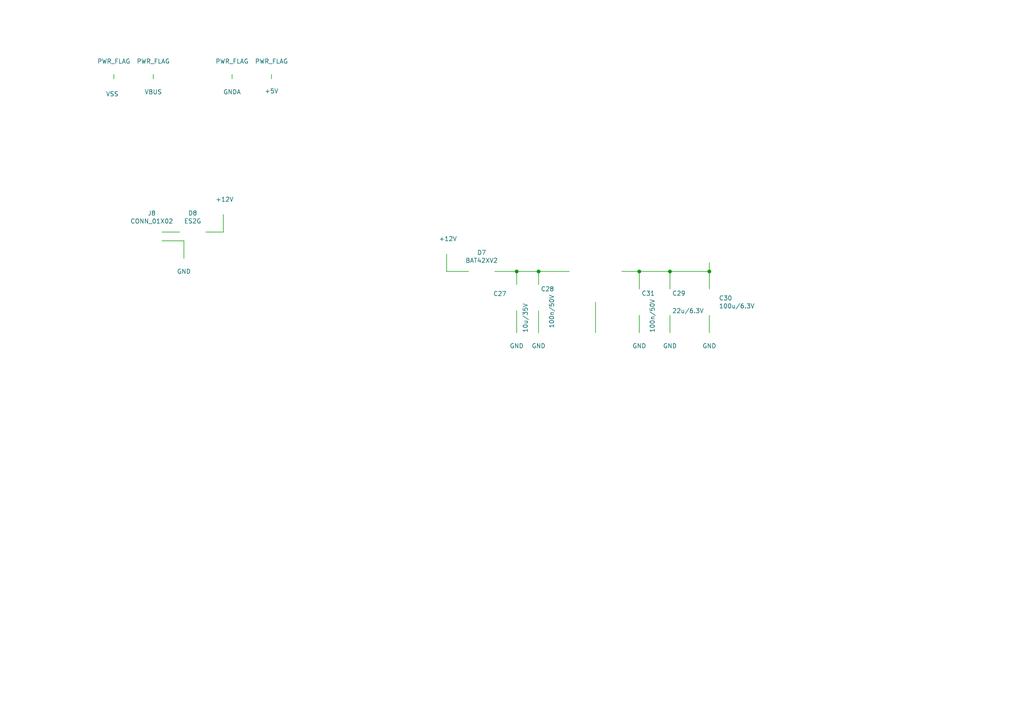
<source format=kicad_sch>
(kicad_sch (version 20210126) (generator eeschema)
  (paper "A4")
  (title_block (title "Noyce Joyce - Nixie Clock") (date "2020-08-21") (rev "100A") (company "Designed by Najtvis"))
  (lib_symbols)
  (junction (at 149.86 78.74) (diameter 0.9144))
  (junction (at 156.21 78.74) (diameter 0.9144))
  (junction (at 185.42 78.74) (diameter 0.9144))
  (junction (at 194.31 78.74) (diameter 0.9144))
  (junction (at 205.74 78.74) (diameter 0.9144))
  (wire (pts (xy 33.02 22.86) (xy 33.02 21.59)))
  (wire (pts (xy 44.45 21.59) (xy 44.45 22.86)))
  (wire (pts (xy 46.99 67.31) (xy 52.07 67.31)))
  (wire (pts (xy 46.99 69.85) (xy 53.34 69.85)))
  (wire (pts (xy 53.34 69.85) (xy 53.34 74.93)))
  (wire (pts (xy 59.69 67.31) (xy 64.77 67.31)))
  (wire (pts (xy 64.77 67.31) (xy 64.77 62.23)))
  (wire (pts (xy 67.31 22.86) (xy 67.31 21.59)))
  (wire (pts (xy 78.74 21.59) (xy 78.74 22.86)))
  (wire (pts (xy 129.54 78.74) (xy 129.54 73.66)))
  (wire (pts (xy 135.89 78.74) (xy 129.54 78.74)))
  (wire (pts (xy 143.51 78.74) (xy 149.86 78.74)))
  (wire (pts (xy 149.86 78.74) (xy 156.21 78.74)))
  (wire (pts (xy 149.86 82.55) (xy 149.86 78.74)))
  (wire (pts (xy 149.86 90.17) (xy 149.86 96.52)))
  (wire (pts (xy 156.21 78.74) (xy 165.1 78.74)))
  (wire (pts (xy 156.21 82.55) (xy 156.21 78.74)))
  (wire (pts (xy 156.21 90.17) (xy 156.21 96.52)))
  (wire (pts (xy 172.72 87.63) (xy 172.72 96.52)))
  (wire (pts (xy 180.34 78.74) (xy 185.42 78.74)))
  (wire (pts (xy 185.42 78.74) (xy 194.31 78.74)))
  (wire (pts (xy 185.42 83.82) (xy 185.42 78.74)))
  (wire (pts (xy 185.42 91.44) (xy 185.42 96.52)))
  (wire (pts (xy 194.31 78.74) (xy 194.31 83.82)))
  (wire (pts (xy 194.31 78.74) (xy 205.74 78.74)))
  (wire (pts (xy 194.31 91.44) (xy 194.31 96.52)))
  (wire (pts (xy 205.74 76.2) (xy 205.74 78.74)))
  (wire (pts (xy 205.74 83.82) (xy 205.74 78.74)))
  (wire (pts (xy 205.74 96.52) (xy 205.74 91.44)))
  (symbol (lib_id "nixie_clock-rescue:PWR_FLAG-power") (at 33.02 21.59 0) (unit 1)
    (property "Reference" "#FLG01" (effects hide))
    (property "Value" "PWR_FLAG" (at 33.02 17.78 0))
  )
  (symbol (lib_id "nixie_clock-rescue:VSS-power") (at 33.02 22.86 180) (unit 1)
    (property "Reference" "#PWR096" (effects hide))
    (property "Value" "VSS" (at 32.5628 27.2542 0))
  )
  (symbol (lib_id "nixie_clock-rescue:CONN_01X02-connectors") (at 41.91 68.58 0) (mirror y) (unit 1)
    (property "Reference" "J8" (at 44.0182 61.849 0))
    (property "Value" "CONN_01X02" (at 44.0182 64.1604 0))
    (property "Footprint" "Connector_JST:JST_EH_S2B-EH_1x02_P2.50mm_Horizontal" (effects hide))
    (property "V1" "1" (effects hide))
    (property "V2" "1" (effects hide))
    (property "V3" "1" (effects hide))
    (property "V4" "1" (effects hide))
    (property "V5" "1" (effects hide))
    (property "PN" "JST_EH_S02B-EH" (effects hide))
  )
  (symbol (lib_id "nixie_clock-rescue:PWR_FLAG-power") (at 44.45 21.59 0) (unit 1)
    (property "Reference" "#FLG02" (effects hide))
    (property "Value" "PWR_FLAG" (at 44.45 17.78 0))
  )
  (symbol (lib_id "nixie_clock-rescue:VBUS-power") (at 44.45 22.86 180) (unit 1)
    (property "Reference" "#PWR097" (effects hide))
    (property "Value" "VBUS" (at 44.45 26.67 0))
  )
  (symbol (lib_id "nixie_clock-rescue:GND-power") (at 53.34 74.93 0) (unit 1)
    (property "Reference" "#PWR0100" (effects hide))
    (property "Value" "GND" (at 53.34 78.74 0))
  )
  (symbol (lib_id "nixie_clock-rescue:ES2G-d") (at 55.88 67.31 180) (unit 1)
    (property "Reference" "D8" (at 55.88 61.8236 0))
    (property "Value" "ES2G" (at 55.88 64.135 0))
    (property "Footprint" "Diodes_SMD:D_SMB_Standard" (effects hide))
    (property "V1" "0R" (effects hide))
    (property "V2" "1" (effects hide))
    (property "V3" "1" (effects hide))
    (property "V4" "1" (effects hide))
    (property "V5" "1" (effects hide))
    (property "PN" "ES2G-E3/52T" (effects hide))
  )
  (symbol (lib_id "nixie_clock-rescue:+12V-power") (at 64.77 62.23 0) (unit 1)
    (property "Reference" "#PWR0127" (effects hide))
    (property "Value" "+12V" (at 65.151 57.8358 0))
  )
  (symbol (lib_id "nixie_clock-rescue:PWR_FLAG-power") (at 67.31 21.59 0) (unit 1)
    (property "Reference" "#FLG04" (effects hide))
    (property "Value" "PWR_FLAG" (at 67.31 17.78 0))
  )
  (symbol (lib_id "nixie_clock-rescue:GNDA-power") (at 67.31 22.86 0) (unit 1)
    (property "Reference" "#PWR0101" (effects hide))
    (property "Value" "GNDA" (at 67.31 26.67 0))
  )
  (symbol (lib_id "nixie_clock-rescue:PWR_FLAG-power") (at 78.74 21.59 0) (unit 1)
    (property "Reference" "#FLG05" (effects hide))
    (property "Value" "PWR_FLAG" (at 78.74 17.78 0))
  )
  (symbol (lib_id "nixie_clock-rescue:+5V-power") (at 78.74 22.86 180) (unit 1)
    (property "Reference" "#PWR0102" (effects hide))
    (property "Value" "+5V" (at 78.74 26.416 0))
  )
  (symbol (lib_id "nixie_clock-rescue:+12V-power") (at 129.54 73.66 0) (unit 1)
    (property "Reference" "#PWR0126" (effects hide))
    (property "Value" "+12V" (at 129.921 69.2658 0))
  )
  (symbol (lib_id "nixie_clock-rescue:BAT42XV2-d") (at 139.7 78.74 180) (unit 1)
    (property "Reference" "D7" (at 139.7 73.2536 0))
    (property "Value" "BAT42XV2" (at 139.7 75.565 0))
    (property "Footprint" "Diodes_SMD:D_SOD-523" (effects hide))
    (property "V1" "1" (effects hide))
    (property "V2" "1" (effects hide))
    (property "V3" "1" (effects hide))
    (property "V4" "1" (effects hide))
    (property "V5" "1" (effects hide))
    (property "PN" "BAT42XV2" (effects hide))
  )
  (symbol (lib_id "nixie_clock-rescue:10u_35V-passive") (at 149.86 86.36 0) (mirror y) (unit 1)
    (property "Reference" "C27" (at 146.939 85.1916 0) (effects (justify left)))
    (property "Value" "10u/35V" (at 152.4 96.52 90) (effects (justify left)))
    (property "Footprint" "passive:C_1210" (effects hide))
    (property "V1" "1" (effects hide))
    (property "V2" "1" (effects hide))
    (property "V3" "1" (effects hide))
    (property "V4" "1" (effects hide))
    (property "V5" "1" (effects hide))
    (property "PN" "CL31B106KLHNNNE" (effects hide))
  )
  (symbol (lib_id "nixie_clock-rescue:GND-power") (at 149.86 96.52 0) (unit 1)
    (property "Reference" "#PWR0104" (effects hide))
    (property "Value" "GND" (at 149.86 100.33 0))
  )
  (symbol (lib_id "nixie_clock-rescue:100n_50V-passive") (at 156.21 86.36 0) (unit 1)
    (property "Reference" "C28" (at 156.845 83.82 0) (effects (justify left)))
    (property "Value" "100n/50V" (at 160.02 95.25 90) (effects (justify left)))
    (property "Footprint" "passive:C_0603" (effects hide))
    (property "V1" "1" (effects hide))
    (property "V2" "1" (effects hide))
    (property "V3" "1" (effects hide))
    (property "V4" "1" (effects hide))
    (property "V5" "1" (effects hide))
    (property "PN" "CL10B104KB8NNNC" (effects hide))
  )
  (symbol (lib_id "nixie_clock-rescue:GND-power") (at 156.21 96.52 0) (unit 1)
    (property "Reference" "#PWR0105" (effects hide))
    (property "Value" "GND" (at 156.21 100.33 0))
  )
  (symbol (lib_id "nixie_clock-rescue:LD1117-3.3-IC") (at 172.72 78.74 0) (unit 1)
    (property "Reference" "U14" (at 172.72 72.009 0))
    (property "Value" "LD1117-3.3" (at 172.72 74.3204 0))
    (property "Footprint" "Package_TO_SOT_SMD:SOT-223-3_TabPin2" (effects hide))
    (property "V1" "1" (effects hide))
    (property "V2" "1" (effects hide))
    (property "V3" "1" (effects hide))
    (property "V4" "1" (effects hide))
    (property "V5" "1" (effects hide))
    (property "PN" "LD1117S33CTR" (effects hide))
  )
  (symbol (lib_id "nixie_clock-rescue:GND-power") (at 172.72 96.52 0) (unit 1)
    (property "Reference" "#PWR01" (effects hide))
    (property "Value" "GND" (at 172.72 100.33 0))
  )
  (symbol (lib_id "nixie_clock-rescue:100n_50V-passive") (at 185.42 87.63 0) (unit 1)
    (property "Reference" "C31" (at 186.055 85.09 0) (effects (justify left)))
    (property "Value" "100n/50V" (at 189.23 96.52 90) (effects (justify left)))
    (property "Footprint" "passive:C_0603" (effects hide))
    (property "V1" "1" (effects hide))
    (property "V2" "1" (effects hide))
    (property "V3" "1" (effects hide))
    (property "V4" "1" (effects hide))
    (property "V5" "1" (effects hide))
    (property "PN" "CL10B104KB8NNNC" (effects hide))
  )
  (symbol (lib_id "nixie_clock-rescue:GND-power") (at 185.42 96.52 0) (unit 1)
    (property "Reference" "#PWR0112" (effects hide))
    (property "Value" "GND" (at 185.42 100.33 0))
  )
  (symbol (lib_id "nixie_clock-rescue:22u_6V3-passive") (at 194.31 87.63 0) (unit 1)
    (property "Reference" "C29" (at 194.945 85.09 0) (effects (justify left)))
    (property "Value" "22u/6.3V" (at 194.945 90.17 0) (effects (justify left)))
    (property "Footprint" "passive:C_0805" (effects hide))
    (property "V1" "1" (effects hide))
    (property "V2" "1" (effects hide))
    (property "V3" "1" (effects hide))
    (property "V4" "1" (effects hide))
    (property "V5" "1" (effects hide))
    (property "PN" "GRM21BC80J226ME51L" (effects hide))
  )
  (symbol (lib_id "nixie_clock-rescue:GND-power") (at 194.31 96.52 0) (unit 1)
    (property "Reference" "#PWR0109" (effects hide))
    (property "Value" "GND" (at 194.31 100.33 0))
  )
  (symbol (lib_id "nixie_clock-rescue:+3V-power") (at 205.74 76.2 0) (unit 1)
    (property "Reference" "#PWR0111" (effects hide))
    (property "Value" "+3V" (at 205.74 72.39 0))
  )
  (symbol (lib_id "nixie_clock-rescue:100u_6.3V-passive") (at 205.74 87.63 0) (unit 1)
    (property "Reference" "C30" (at 208.4832 86.4616 0) (effects (justify left)))
    (property "Value" "100u/6.3V" (at 208.4832 88.773 0) (effects (justify left)))
    (property "Footprint" "Capacitors_Tantalum_SMD:CP_Tantalum_Case-B_EIA-3528-21_Reflow" (effects hide))
    (property "V1" "1" (effects hide))
    (property "V2" "1" (effects hide))
    (property "V3" "1" (effects hide))
    (property "V4" "1" (effects hide))
    (property "V5" "1" (effects hide))
    (property "PN" "F930J107MBA" (effects hide))
  )
  (symbol (lib_id "nixie_clock-rescue:GND-power") (at 205.74 96.52 0) (unit 1)
    (property "Reference" "#PWR0110" (effects hide))
    (property "Value" "GND" (at 205.74 100.33 0))
  )
)
</source>
